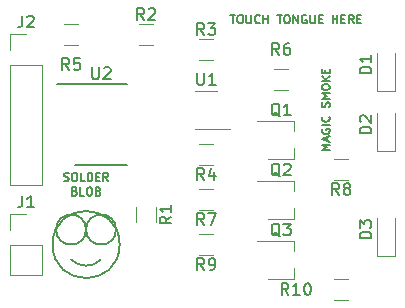
<source format=gbr>
G04 #@! TF.FileFunction,Legend,Top*
%FSLAX46Y46*%
G04 Gerber Fmt 4.6, Leading zero omitted, Abs format (unit mm)*
G04 Created by KiCad (PCBNEW 4.0.6) date Thu Aug 31 18:27:20 2017*
%MOMM*%
%LPD*%
G01*
G04 APERTURE LIST*
%ADD10C,0.100000*%
%ADD11C,0.175000*%
%ADD12C,0.200000*%
%ADD13C,0.120000*%
%ADD14C,0.150000*%
G04 APERTURE END LIST*
D10*
D11*
X127673333Y-102540833D02*
X127773333Y-102574167D01*
X127940000Y-102574167D01*
X128006667Y-102540833D01*
X128040000Y-102507500D01*
X128073333Y-102440833D01*
X128073333Y-102374167D01*
X128040000Y-102307500D01*
X128006667Y-102274167D01*
X127940000Y-102240833D01*
X127806667Y-102207500D01*
X127740000Y-102174167D01*
X127706667Y-102140833D01*
X127673333Y-102074167D01*
X127673333Y-102007500D01*
X127706667Y-101940833D01*
X127740000Y-101907500D01*
X127806667Y-101874167D01*
X127973333Y-101874167D01*
X128073333Y-101907500D01*
X128506667Y-101874167D02*
X128640000Y-101874167D01*
X128706667Y-101907500D01*
X128773334Y-101974167D01*
X128806667Y-102107500D01*
X128806667Y-102340833D01*
X128773334Y-102474167D01*
X128706667Y-102540833D01*
X128640000Y-102574167D01*
X128506667Y-102574167D01*
X128440000Y-102540833D01*
X128373334Y-102474167D01*
X128340000Y-102340833D01*
X128340000Y-102107500D01*
X128373334Y-101974167D01*
X128440000Y-101907500D01*
X128506667Y-101874167D01*
X129440000Y-102574167D02*
X129106667Y-102574167D01*
X129106667Y-101874167D01*
X129673334Y-102574167D02*
X129673334Y-101874167D01*
X129840000Y-101874167D01*
X129940000Y-101907500D01*
X130006667Y-101974167D01*
X130040000Y-102040833D01*
X130073334Y-102174167D01*
X130073334Y-102274167D01*
X130040000Y-102407500D01*
X130006667Y-102474167D01*
X129940000Y-102540833D01*
X129840000Y-102574167D01*
X129673334Y-102574167D01*
X130373334Y-102207500D02*
X130606667Y-102207500D01*
X130706667Y-102574167D02*
X130373334Y-102574167D01*
X130373334Y-101874167D01*
X130706667Y-101874167D01*
X131406667Y-102574167D02*
X131173333Y-102240833D01*
X131006667Y-102574167D02*
X131006667Y-101874167D01*
X131273333Y-101874167D01*
X131340000Y-101907500D01*
X131373333Y-101940833D01*
X131406667Y-102007500D01*
X131406667Y-102107500D01*
X131373333Y-102174167D01*
X131340000Y-102207500D01*
X131273333Y-102240833D01*
X131006667Y-102240833D01*
X128590000Y-103432500D02*
X128690000Y-103465833D01*
X128723333Y-103499167D01*
X128756667Y-103565833D01*
X128756667Y-103665833D01*
X128723333Y-103732500D01*
X128690000Y-103765833D01*
X128623333Y-103799167D01*
X128356667Y-103799167D01*
X128356667Y-103099167D01*
X128590000Y-103099167D01*
X128656667Y-103132500D01*
X128690000Y-103165833D01*
X128723333Y-103232500D01*
X128723333Y-103299167D01*
X128690000Y-103365833D01*
X128656667Y-103399167D01*
X128590000Y-103432500D01*
X128356667Y-103432500D01*
X129390000Y-103799167D02*
X129056667Y-103799167D01*
X129056667Y-103099167D01*
X129756667Y-103099167D02*
X129890000Y-103099167D01*
X129956667Y-103132500D01*
X130023334Y-103199167D01*
X130056667Y-103332500D01*
X130056667Y-103565833D01*
X130023334Y-103699167D01*
X129956667Y-103765833D01*
X129890000Y-103799167D01*
X129756667Y-103799167D01*
X129690000Y-103765833D01*
X129623334Y-103699167D01*
X129590000Y-103565833D01*
X129590000Y-103332500D01*
X129623334Y-103199167D01*
X129690000Y-103132500D01*
X129756667Y-103099167D01*
X130590000Y-103432500D02*
X130690000Y-103465833D01*
X130723333Y-103499167D01*
X130756667Y-103565833D01*
X130756667Y-103665833D01*
X130723333Y-103732500D01*
X130690000Y-103765833D01*
X130623333Y-103799167D01*
X130356667Y-103799167D01*
X130356667Y-103099167D01*
X130590000Y-103099167D01*
X130656667Y-103132500D01*
X130690000Y-103165833D01*
X130723333Y-103232500D01*
X130723333Y-103299167D01*
X130690000Y-103365833D01*
X130656667Y-103399167D01*
X130590000Y-103432500D01*
X130356667Y-103432500D01*
X150176667Y-99953332D02*
X149476667Y-99953332D01*
X149976667Y-99719999D01*
X149476667Y-99486666D01*
X150176667Y-99486666D01*
X149976667Y-99186666D02*
X149976667Y-98853332D01*
X150176667Y-99253332D02*
X149476667Y-99019999D01*
X150176667Y-98786666D01*
X149510000Y-98186666D02*
X149476667Y-98253332D01*
X149476667Y-98353332D01*
X149510000Y-98453332D01*
X149576667Y-98519999D01*
X149643333Y-98553332D01*
X149776667Y-98586666D01*
X149876667Y-98586666D01*
X150010000Y-98553332D01*
X150076667Y-98519999D01*
X150143333Y-98453332D01*
X150176667Y-98353332D01*
X150176667Y-98286666D01*
X150143333Y-98186666D01*
X150110000Y-98153332D01*
X149876667Y-98153332D01*
X149876667Y-98286666D01*
X150176667Y-97853332D02*
X149476667Y-97853332D01*
X150110000Y-97119999D02*
X150143333Y-97153333D01*
X150176667Y-97253333D01*
X150176667Y-97319999D01*
X150143333Y-97419999D01*
X150076667Y-97486666D01*
X150010000Y-97519999D01*
X149876667Y-97553333D01*
X149776667Y-97553333D01*
X149643333Y-97519999D01*
X149576667Y-97486666D01*
X149510000Y-97419999D01*
X149476667Y-97319999D01*
X149476667Y-97253333D01*
X149510000Y-97153333D01*
X149543333Y-97119999D01*
X150143333Y-96320000D02*
X150176667Y-96220000D01*
X150176667Y-96053333D01*
X150143333Y-95986666D01*
X150110000Y-95953333D01*
X150043333Y-95920000D01*
X149976667Y-95920000D01*
X149910000Y-95953333D01*
X149876667Y-95986666D01*
X149843333Y-96053333D01*
X149810000Y-96186666D01*
X149776667Y-96253333D01*
X149743333Y-96286666D01*
X149676667Y-96320000D01*
X149610000Y-96320000D01*
X149543333Y-96286666D01*
X149510000Y-96253333D01*
X149476667Y-96186666D01*
X149476667Y-96020000D01*
X149510000Y-95920000D01*
X150176667Y-95619999D02*
X149476667Y-95619999D01*
X149976667Y-95386666D01*
X149476667Y-95153333D01*
X150176667Y-95153333D01*
X149476667Y-94686666D02*
X149476667Y-94553333D01*
X149510000Y-94486666D01*
X149576667Y-94419999D01*
X149710000Y-94386666D01*
X149943333Y-94386666D01*
X150076667Y-94419999D01*
X150143333Y-94486666D01*
X150176667Y-94553333D01*
X150176667Y-94686666D01*
X150143333Y-94753333D01*
X150076667Y-94819999D01*
X149943333Y-94853333D01*
X149710000Y-94853333D01*
X149576667Y-94819999D01*
X149510000Y-94753333D01*
X149476667Y-94686666D01*
X150176667Y-94086666D02*
X149476667Y-94086666D01*
X150176667Y-93686666D02*
X149776667Y-93986666D01*
X149476667Y-93686666D02*
X149876667Y-94086666D01*
X149810000Y-93386666D02*
X149810000Y-93153333D01*
X150176667Y-93053333D02*
X150176667Y-93386666D01*
X149476667Y-93386666D01*
X149476667Y-93053333D01*
X141753336Y-88516667D02*
X142153336Y-88516667D01*
X141953336Y-89216667D02*
X141953336Y-88516667D01*
X142520002Y-88516667D02*
X142653335Y-88516667D01*
X142720002Y-88550000D01*
X142786669Y-88616667D01*
X142820002Y-88750000D01*
X142820002Y-88983333D01*
X142786669Y-89116667D01*
X142720002Y-89183333D01*
X142653335Y-89216667D01*
X142520002Y-89216667D01*
X142453335Y-89183333D01*
X142386669Y-89116667D01*
X142353335Y-88983333D01*
X142353335Y-88750000D01*
X142386669Y-88616667D01*
X142453335Y-88550000D01*
X142520002Y-88516667D01*
X143120002Y-88516667D02*
X143120002Y-89083333D01*
X143153335Y-89150000D01*
X143186668Y-89183333D01*
X143253335Y-89216667D01*
X143386668Y-89216667D01*
X143453335Y-89183333D01*
X143486668Y-89150000D01*
X143520002Y-89083333D01*
X143520002Y-88516667D01*
X144253335Y-89150000D02*
X144220001Y-89183333D01*
X144120001Y-89216667D01*
X144053335Y-89216667D01*
X143953335Y-89183333D01*
X143886668Y-89116667D01*
X143853335Y-89050000D01*
X143820001Y-88916667D01*
X143820001Y-88816667D01*
X143853335Y-88683333D01*
X143886668Y-88616667D01*
X143953335Y-88550000D01*
X144053335Y-88516667D01*
X144120001Y-88516667D01*
X144220001Y-88550000D01*
X144253335Y-88583333D01*
X144553335Y-89216667D02*
X144553335Y-88516667D01*
X144553335Y-88850000D02*
X144953335Y-88850000D01*
X144953335Y-89216667D02*
X144953335Y-88516667D01*
X145720001Y-88516667D02*
X146120001Y-88516667D01*
X145920001Y-89216667D02*
X145920001Y-88516667D01*
X146486667Y-88516667D02*
X146620000Y-88516667D01*
X146686667Y-88550000D01*
X146753334Y-88616667D01*
X146786667Y-88750000D01*
X146786667Y-88983333D01*
X146753334Y-89116667D01*
X146686667Y-89183333D01*
X146620000Y-89216667D01*
X146486667Y-89216667D01*
X146420000Y-89183333D01*
X146353334Y-89116667D01*
X146320000Y-88983333D01*
X146320000Y-88750000D01*
X146353334Y-88616667D01*
X146420000Y-88550000D01*
X146486667Y-88516667D01*
X147086667Y-89216667D02*
X147086667Y-88516667D01*
X147486667Y-89216667D01*
X147486667Y-88516667D01*
X148186666Y-88550000D02*
X148120000Y-88516667D01*
X148020000Y-88516667D01*
X147920000Y-88550000D01*
X147853333Y-88616667D01*
X147820000Y-88683333D01*
X147786666Y-88816667D01*
X147786666Y-88916667D01*
X147820000Y-89050000D01*
X147853333Y-89116667D01*
X147920000Y-89183333D01*
X148020000Y-89216667D01*
X148086666Y-89216667D01*
X148186666Y-89183333D01*
X148220000Y-89150000D01*
X148220000Y-88916667D01*
X148086666Y-88916667D01*
X148520000Y-88516667D02*
X148520000Y-89083333D01*
X148553333Y-89150000D01*
X148586666Y-89183333D01*
X148653333Y-89216667D01*
X148786666Y-89216667D01*
X148853333Y-89183333D01*
X148886666Y-89150000D01*
X148920000Y-89083333D01*
X148920000Y-88516667D01*
X149253333Y-88850000D02*
X149486666Y-88850000D01*
X149586666Y-89216667D02*
X149253333Y-89216667D01*
X149253333Y-88516667D01*
X149586666Y-88516667D01*
X150419999Y-89216667D02*
X150419999Y-88516667D01*
X150419999Y-88850000D02*
X150819999Y-88850000D01*
X150819999Y-89216667D02*
X150819999Y-88516667D01*
X151153332Y-88850000D02*
X151386665Y-88850000D01*
X151486665Y-89216667D02*
X151153332Y-89216667D01*
X151153332Y-88516667D01*
X151486665Y-88516667D01*
X152186665Y-89216667D02*
X151953331Y-88883333D01*
X151786665Y-89216667D02*
X151786665Y-88516667D01*
X152053331Y-88516667D01*
X152119998Y-88550000D01*
X152153331Y-88583333D01*
X152186665Y-88650000D01*
X152186665Y-88750000D01*
X152153331Y-88816667D01*
X152119998Y-88850000D01*
X152053331Y-88883333D01*
X151786665Y-88883333D01*
X152486665Y-88850000D02*
X152719998Y-88850000D01*
X152819998Y-89216667D02*
X152486665Y-89216667D01*
X152486665Y-88516667D01*
X152819998Y-88516667D01*
D12*
X132080000Y-106680000D02*
G75*
G03X132080000Y-106680000I-1270000J0D01*
G01*
X129540000Y-106680000D02*
G75*
G03X129540000Y-106680000I-1270000J0D01*
G01*
X128270000Y-109220000D02*
G75*
G03X130810000Y-109220000I1270000J1270000D01*
G01*
X132379806Y-107950000D02*
G75*
G03X132379806Y-107950000I-2839806J0D01*
G01*
D13*
X155690000Y-91710000D02*
X155690000Y-94910000D01*
X154190000Y-94910000D02*
X154190000Y-91710000D01*
X154190000Y-94910000D02*
X155690000Y-94910000D01*
X155690000Y-96790000D02*
X155690000Y-99990000D01*
X154190000Y-99990000D02*
X154190000Y-96790000D01*
X154190000Y-99990000D02*
X155690000Y-99990000D01*
X155690000Y-105680000D02*
X155690000Y-108880000D01*
X154190000Y-108880000D02*
X154190000Y-105680000D01*
X154190000Y-108880000D02*
X155690000Y-108880000D01*
X123130000Y-110550000D02*
X125790000Y-110550000D01*
X123130000Y-107950000D02*
X123130000Y-110550000D01*
X125790000Y-107950000D02*
X125790000Y-110550000D01*
X123130000Y-107950000D02*
X125790000Y-107950000D01*
X123130000Y-106680000D02*
X123130000Y-105350000D01*
X123130000Y-105350000D02*
X124460000Y-105350000D01*
X123130000Y-102930000D02*
X125790000Y-102930000D01*
X123130000Y-92710000D02*
X123130000Y-102930000D01*
X125790000Y-92710000D02*
X125790000Y-102930000D01*
X123130000Y-92710000D02*
X125790000Y-92710000D01*
X123130000Y-91440000D02*
X123130000Y-90110000D01*
X123130000Y-90110000D02*
X124460000Y-90110000D01*
X147125000Y-99760000D02*
X147125000Y-100670000D01*
X147125000Y-97460000D02*
X147125000Y-98360000D01*
X144050000Y-97450000D02*
X147125000Y-97450000D01*
X144975000Y-100670000D02*
X147125000Y-100670000D01*
X147125000Y-104840000D02*
X147125000Y-105750000D01*
X147125000Y-102540000D02*
X147125000Y-103440000D01*
X144050000Y-102530000D02*
X147125000Y-102530000D01*
X144975000Y-105750000D02*
X147125000Y-105750000D01*
X147125000Y-109920000D02*
X147125000Y-110830000D01*
X147125000Y-107620000D02*
X147125000Y-108520000D01*
X144050000Y-107610000D02*
X147125000Y-107610000D01*
X144975000Y-110830000D02*
X147125000Y-110830000D01*
X133740000Y-106010000D02*
X133740000Y-104810000D01*
X135500000Y-104810000D02*
X135500000Y-106010000D01*
X135220000Y-91050000D02*
X134020000Y-91050000D01*
X134020000Y-89290000D02*
X135220000Y-89290000D01*
X140300000Y-92320000D02*
X139100000Y-92320000D01*
X139100000Y-90560000D02*
X140300000Y-90560000D01*
X139100000Y-99450000D02*
X140300000Y-99450000D01*
X140300000Y-101210000D02*
X139100000Y-101210000D01*
X127670000Y-89290000D02*
X128870000Y-89290000D01*
X128870000Y-91050000D02*
X127670000Y-91050000D01*
X145450000Y-93100000D02*
X146650000Y-93100000D01*
X146650000Y-94860000D02*
X145450000Y-94860000D01*
X139100000Y-103260000D02*
X140300000Y-103260000D01*
X140300000Y-105020000D02*
X139100000Y-105020000D01*
X150530000Y-100720000D02*
X151730000Y-100720000D01*
X151730000Y-102480000D02*
X150530000Y-102480000D01*
X139100000Y-107070000D02*
X140300000Y-107070000D01*
X140300000Y-108830000D02*
X139100000Y-108830000D01*
X150530000Y-110880000D02*
X151730000Y-110880000D01*
X151730000Y-112640000D02*
X150530000Y-112640000D01*
X140600000Y-94910000D02*
X138800000Y-94910000D01*
X138800000Y-98130000D02*
X141750000Y-98130000D01*
D14*
X128585000Y-101240000D02*
X133035000Y-101240000D01*
X127060000Y-94340000D02*
X133035000Y-94340000D01*
X153692381Y-93448095D02*
X152692381Y-93448095D01*
X152692381Y-93210000D01*
X152740000Y-93067142D01*
X152835238Y-92971904D01*
X152930476Y-92924285D01*
X153120952Y-92876666D01*
X153263810Y-92876666D01*
X153454286Y-92924285D01*
X153549524Y-92971904D01*
X153644762Y-93067142D01*
X153692381Y-93210000D01*
X153692381Y-93448095D01*
X153692381Y-91924285D02*
X153692381Y-92495714D01*
X153692381Y-92210000D02*
X152692381Y-92210000D01*
X152835238Y-92305238D01*
X152930476Y-92400476D01*
X152978095Y-92495714D01*
X153692381Y-98528095D02*
X152692381Y-98528095D01*
X152692381Y-98290000D01*
X152740000Y-98147142D01*
X152835238Y-98051904D01*
X152930476Y-98004285D01*
X153120952Y-97956666D01*
X153263810Y-97956666D01*
X153454286Y-98004285D01*
X153549524Y-98051904D01*
X153644762Y-98147142D01*
X153692381Y-98290000D01*
X153692381Y-98528095D01*
X152787619Y-97575714D02*
X152740000Y-97528095D01*
X152692381Y-97432857D01*
X152692381Y-97194761D01*
X152740000Y-97099523D01*
X152787619Y-97051904D01*
X152882857Y-97004285D01*
X152978095Y-97004285D01*
X153120952Y-97051904D01*
X153692381Y-97623333D01*
X153692381Y-97004285D01*
X153692381Y-107418095D02*
X152692381Y-107418095D01*
X152692381Y-107180000D01*
X152740000Y-107037142D01*
X152835238Y-106941904D01*
X152930476Y-106894285D01*
X153120952Y-106846666D01*
X153263810Y-106846666D01*
X153454286Y-106894285D01*
X153549524Y-106941904D01*
X153644762Y-107037142D01*
X153692381Y-107180000D01*
X153692381Y-107418095D01*
X152692381Y-106513333D02*
X152692381Y-105894285D01*
X153073333Y-106227619D01*
X153073333Y-106084761D01*
X153120952Y-105989523D01*
X153168571Y-105941904D01*
X153263810Y-105894285D01*
X153501905Y-105894285D01*
X153597143Y-105941904D01*
X153644762Y-105989523D01*
X153692381Y-106084761D01*
X153692381Y-106370476D01*
X153644762Y-106465714D01*
X153597143Y-106513333D01*
X124126667Y-103802381D02*
X124126667Y-104516667D01*
X124079047Y-104659524D01*
X123983809Y-104754762D01*
X123840952Y-104802381D01*
X123745714Y-104802381D01*
X125126667Y-104802381D02*
X124555238Y-104802381D01*
X124840952Y-104802381D02*
X124840952Y-103802381D01*
X124745714Y-103945238D01*
X124650476Y-104040476D01*
X124555238Y-104088095D01*
X124126667Y-88562381D02*
X124126667Y-89276667D01*
X124079047Y-89419524D01*
X123983809Y-89514762D01*
X123840952Y-89562381D01*
X123745714Y-89562381D01*
X124555238Y-88657619D02*
X124602857Y-88610000D01*
X124698095Y-88562381D01*
X124936191Y-88562381D01*
X125031429Y-88610000D01*
X125079048Y-88657619D01*
X125126667Y-88752857D01*
X125126667Y-88848095D01*
X125079048Y-88990952D01*
X124507619Y-89562381D01*
X125126667Y-89562381D01*
X145954762Y-97107619D02*
X145859524Y-97060000D01*
X145764286Y-96964762D01*
X145621429Y-96821905D01*
X145526190Y-96774286D01*
X145430952Y-96774286D01*
X145478571Y-97012381D02*
X145383333Y-96964762D01*
X145288095Y-96869524D01*
X145240476Y-96679048D01*
X145240476Y-96345714D01*
X145288095Y-96155238D01*
X145383333Y-96060000D01*
X145478571Y-96012381D01*
X145669048Y-96012381D01*
X145764286Y-96060000D01*
X145859524Y-96155238D01*
X145907143Y-96345714D01*
X145907143Y-96679048D01*
X145859524Y-96869524D01*
X145764286Y-96964762D01*
X145669048Y-97012381D01*
X145478571Y-97012381D01*
X146859524Y-97012381D02*
X146288095Y-97012381D01*
X146573809Y-97012381D02*
X146573809Y-96012381D01*
X146478571Y-96155238D01*
X146383333Y-96250476D01*
X146288095Y-96298095D01*
X145954762Y-102187619D02*
X145859524Y-102140000D01*
X145764286Y-102044762D01*
X145621429Y-101901905D01*
X145526190Y-101854286D01*
X145430952Y-101854286D01*
X145478571Y-102092381D02*
X145383333Y-102044762D01*
X145288095Y-101949524D01*
X145240476Y-101759048D01*
X145240476Y-101425714D01*
X145288095Y-101235238D01*
X145383333Y-101140000D01*
X145478571Y-101092381D01*
X145669048Y-101092381D01*
X145764286Y-101140000D01*
X145859524Y-101235238D01*
X145907143Y-101425714D01*
X145907143Y-101759048D01*
X145859524Y-101949524D01*
X145764286Y-102044762D01*
X145669048Y-102092381D01*
X145478571Y-102092381D01*
X146288095Y-101187619D02*
X146335714Y-101140000D01*
X146430952Y-101092381D01*
X146669048Y-101092381D01*
X146764286Y-101140000D01*
X146811905Y-101187619D01*
X146859524Y-101282857D01*
X146859524Y-101378095D01*
X146811905Y-101520952D01*
X146240476Y-102092381D01*
X146859524Y-102092381D01*
X145954762Y-107267619D02*
X145859524Y-107220000D01*
X145764286Y-107124762D01*
X145621429Y-106981905D01*
X145526190Y-106934286D01*
X145430952Y-106934286D01*
X145478571Y-107172381D02*
X145383333Y-107124762D01*
X145288095Y-107029524D01*
X145240476Y-106839048D01*
X145240476Y-106505714D01*
X145288095Y-106315238D01*
X145383333Y-106220000D01*
X145478571Y-106172381D01*
X145669048Y-106172381D01*
X145764286Y-106220000D01*
X145859524Y-106315238D01*
X145907143Y-106505714D01*
X145907143Y-106839048D01*
X145859524Y-107029524D01*
X145764286Y-107124762D01*
X145669048Y-107172381D01*
X145478571Y-107172381D01*
X146240476Y-106172381D02*
X146859524Y-106172381D01*
X146526190Y-106553333D01*
X146669048Y-106553333D01*
X146764286Y-106600952D01*
X146811905Y-106648571D01*
X146859524Y-106743810D01*
X146859524Y-106981905D01*
X146811905Y-107077143D01*
X146764286Y-107124762D01*
X146669048Y-107172381D01*
X146383333Y-107172381D01*
X146288095Y-107124762D01*
X146240476Y-107077143D01*
X136772381Y-105576666D02*
X136296190Y-105910000D01*
X136772381Y-106148095D02*
X135772381Y-106148095D01*
X135772381Y-105767142D01*
X135820000Y-105671904D01*
X135867619Y-105624285D01*
X135962857Y-105576666D01*
X136105714Y-105576666D01*
X136200952Y-105624285D01*
X136248571Y-105671904D01*
X136296190Y-105767142D01*
X136296190Y-106148095D01*
X136772381Y-104624285D02*
X136772381Y-105195714D01*
X136772381Y-104910000D02*
X135772381Y-104910000D01*
X135915238Y-105005238D01*
X136010476Y-105100476D01*
X136058095Y-105195714D01*
X134453334Y-88922381D02*
X134120000Y-88446190D01*
X133881905Y-88922381D02*
X133881905Y-87922381D01*
X134262858Y-87922381D01*
X134358096Y-87970000D01*
X134405715Y-88017619D01*
X134453334Y-88112857D01*
X134453334Y-88255714D01*
X134405715Y-88350952D01*
X134358096Y-88398571D01*
X134262858Y-88446190D01*
X133881905Y-88446190D01*
X134834286Y-88017619D02*
X134881905Y-87970000D01*
X134977143Y-87922381D01*
X135215239Y-87922381D01*
X135310477Y-87970000D01*
X135358096Y-88017619D01*
X135405715Y-88112857D01*
X135405715Y-88208095D01*
X135358096Y-88350952D01*
X134786667Y-88922381D01*
X135405715Y-88922381D01*
X139533334Y-90192381D02*
X139200000Y-89716190D01*
X138961905Y-90192381D02*
X138961905Y-89192381D01*
X139342858Y-89192381D01*
X139438096Y-89240000D01*
X139485715Y-89287619D01*
X139533334Y-89382857D01*
X139533334Y-89525714D01*
X139485715Y-89620952D01*
X139438096Y-89668571D01*
X139342858Y-89716190D01*
X138961905Y-89716190D01*
X139866667Y-89192381D02*
X140485715Y-89192381D01*
X140152381Y-89573333D01*
X140295239Y-89573333D01*
X140390477Y-89620952D01*
X140438096Y-89668571D01*
X140485715Y-89763810D01*
X140485715Y-90001905D01*
X140438096Y-90097143D01*
X140390477Y-90144762D01*
X140295239Y-90192381D01*
X140009524Y-90192381D01*
X139914286Y-90144762D01*
X139866667Y-90097143D01*
X139533334Y-102482381D02*
X139200000Y-102006190D01*
X138961905Y-102482381D02*
X138961905Y-101482381D01*
X139342858Y-101482381D01*
X139438096Y-101530000D01*
X139485715Y-101577619D01*
X139533334Y-101672857D01*
X139533334Y-101815714D01*
X139485715Y-101910952D01*
X139438096Y-101958571D01*
X139342858Y-102006190D01*
X138961905Y-102006190D01*
X140390477Y-101815714D02*
X140390477Y-102482381D01*
X140152381Y-101434762D02*
X139914286Y-102149048D01*
X140533334Y-102149048D01*
X128103334Y-93162381D02*
X127770000Y-92686190D01*
X127531905Y-93162381D02*
X127531905Y-92162381D01*
X127912858Y-92162381D01*
X128008096Y-92210000D01*
X128055715Y-92257619D01*
X128103334Y-92352857D01*
X128103334Y-92495714D01*
X128055715Y-92590952D01*
X128008096Y-92638571D01*
X127912858Y-92686190D01*
X127531905Y-92686190D01*
X129008096Y-92162381D02*
X128531905Y-92162381D01*
X128484286Y-92638571D01*
X128531905Y-92590952D01*
X128627143Y-92543333D01*
X128865239Y-92543333D01*
X128960477Y-92590952D01*
X129008096Y-92638571D01*
X129055715Y-92733810D01*
X129055715Y-92971905D01*
X129008096Y-93067143D01*
X128960477Y-93114762D01*
X128865239Y-93162381D01*
X128627143Y-93162381D01*
X128531905Y-93114762D01*
X128484286Y-93067143D01*
X145883334Y-91892381D02*
X145550000Y-91416190D01*
X145311905Y-91892381D02*
X145311905Y-90892381D01*
X145692858Y-90892381D01*
X145788096Y-90940000D01*
X145835715Y-90987619D01*
X145883334Y-91082857D01*
X145883334Y-91225714D01*
X145835715Y-91320952D01*
X145788096Y-91368571D01*
X145692858Y-91416190D01*
X145311905Y-91416190D01*
X146740477Y-90892381D02*
X146550000Y-90892381D01*
X146454762Y-90940000D01*
X146407143Y-90987619D01*
X146311905Y-91130476D01*
X146264286Y-91320952D01*
X146264286Y-91701905D01*
X146311905Y-91797143D01*
X146359524Y-91844762D01*
X146454762Y-91892381D01*
X146645239Y-91892381D01*
X146740477Y-91844762D01*
X146788096Y-91797143D01*
X146835715Y-91701905D01*
X146835715Y-91463810D01*
X146788096Y-91368571D01*
X146740477Y-91320952D01*
X146645239Y-91273333D01*
X146454762Y-91273333D01*
X146359524Y-91320952D01*
X146311905Y-91368571D01*
X146264286Y-91463810D01*
X139533334Y-106292381D02*
X139200000Y-105816190D01*
X138961905Y-106292381D02*
X138961905Y-105292381D01*
X139342858Y-105292381D01*
X139438096Y-105340000D01*
X139485715Y-105387619D01*
X139533334Y-105482857D01*
X139533334Y-105625714D01*
X139485715Y-105720952D01*
X139438096Y-105768571D01*
X139342858Y-105816190D01*
X138961905Y-105816190D01*
X139866667Y-105292381D02*
X140533334Y-105292381D01*
X140104762Y-106292381D01*
X150963334Y-103752381D02*
X150630000Y-103276190D01*
X150391905Y-103752381D02*
X150391905Y-102752381D01*
X150772858Y-102752381D01*
X150868096Y-102800000D01*
X150915715Y-102847619D01*
X150963334Y-102942857D01*
X150963334Y-103085714D01*
X150915715Y-103180952D01*
X150868096Y-103228571D01*
X150772858Y-103276190D01*
X150391905Y-103276190D01*
X151534762Y-103180952D02*
X151439524Y-103133333D01*
X151391905Y-103085714D01*
X151344286Y-102990476D01*
X151344286Y-102942857D01*
X151391905Y-102847619D01*
X151439524Y-102800000D01*
X151534762Y-102752381D01*
X151725239Y-102752381D01*
X151820477Y-102800000D01*
X151868096Y-102847619D01*
X151915715Y-102942857D01*
X151915715Y-102990476D01*
X151868096Y-103085714D01*
X151820477Y-103133333D01*
X151725239Y-103180952D01*
X151534762Y-103180952D01*
X151439524Y-103228571D01*
X151391905Y-103276190D01*
X151344286Y-103371429D01*
X151344286Y-103561905D01*
X151391905Y-103657143D01*
X151439524Y-103704762D01*
X151534762Y-103752381D01*
X151725239Y-103752381D01*
X151820477Y-103704762D01*
X151868096Y-103657143D01*
X151915715Y-103561905D01*
X151915715Y-103371429D01*
X151868096Y-103276190D01*
X151820477Y-103228571D01*
X151725239Y-103180952D01*
X139533334Y-110102381D02*
X139200000Y-109626190D01*
X138961905Y-110102381D02*
X138961905Y-109102381D01*
X139342858Y-109102381D01*
X139438096Y-109150000D01*
X139485715Y-109197619D01*
X139533334Y-109292857D01*
X139533334Y-109435714D01*
X139485715Y-109530952D01*
X139438096Y-109578571D01*
X139342858Y-109626190D01*
X138961905Y-109626190D01*
X140009524Y-110102381D02*
X140200000Y-110102381D01*
X140295239Y-110054762D01*
X140342858Y-110007143D01*
X140438096Y-109864286D01*
X140485715Y-109673810D01*
X140485715Y-109292857D01*
X140438096Y-109197619D01*
X140390477Y-109150000D01*
X140295239Y-109102381D01*
X140104762Y-109102381D01*
X140009524Y-109150000D01*
X139961905Y-109197619D01*
X139914286Y-109292857D01*
X139914286Y-109530952D01*
X139961905Y-109626190D01*
X140009524Y-109673810D01*
X140104762Y-109721429D01*
X140295239Y-109721429D01*
X140390477Y-109673810D01*
X140438096Y-109626190D01*
X140485715Y-109530952D01*
X146677143Y-112212381D02*
X146343809Y-111736190D01*
X146105714Y-112212381D02*
X146105714Y-111212381D01*
X146486667Y-111212381D01*
X146581905Y-111260000D01*
X146629524Y-111307619D01*
X146677143Y-111402857D01*
X146677143Y-111545714D01*
X146629524Y-111640952D01*
X146581905Y-111688571D01*
X146486667Y-111736190D01*
X146105714Y-111736190D01*
X147629524Y-112212381D02*
X147058095Y-112212381D01*
X147343809Y-112212381D02*
X147343809Y-111212381D01*
X147248571Y-111355238D01*
X147153333Y-111450476D01*
X147058095Y-111498095D01*
X148248571Y-111212381D02*
X148343810Y-111212381D01*
X148439048Y-111260000D01*
X148486667Y-111307619D01*
X148534286Y-111402857D01*
X148581905Y-111593333D01*
X148581905Y-111831429D01*
X148534286Y-112021905D01*
X148486667Y-112117143D01*
X148439048Y-112164762D01*
X148343810Y-112212381D01*
X148248571Y-112212381D01*
X148153333Y-112164762D01*
X148105714Y-112117143D01*
X148058095Y-112021905D01*
X148010476Y-111831429D01*
X148010476Y-111593333D01*
X148058095Y-111402857D01*
X148105714Y-111307619D01*
X148153333Y-111260000D01*
X148248571Y-111212381D01*
X138938095Y-93432381D02*
X138938095Y-94241905D01*
X138985714Y-94337143D01*
X139033333Y-94384762D01*
X139128571Y-94432381D01*
X139319048Y-94432381D01*
X139414286Y-94384762D01*
X139461905Y-94337143D01*
X139509524Y-94241905D01*
X139509524Y-93432381D01*
X140509524Y-94432381D02*
X139938095Y-94432381D01*
X140223809Y-94432381D02*
X140223809Y-93432381D01*
X140128571Y-93575238D01*
X140033333Y-93670476D01*
X139938095Y-93718095D01*
X130048095Y-92942381D02*
X130048095Y-93751905D01*
X130095714Y-93847143D01*
X130143333Y-93894762D01*
X130238571Y-93942381D01*
X130429048Y-93942381D01*
X130524286Y-93894762D01*
X130571905Y-93847143D01*
X130619524Y-93751905D01*
X130619524Y-92942381D01*
X131048095Y-93037619D02*
X131095714Y-92990000D01*
X131190952Y-92942381D01*
X131429048Y-92942381D01*
X131524286Y-92990000D01*
X131571905Y-93037619D01*
X131619524Y-93132857D01*
X131619524Y-93228095D01*
X131571905Y-93370952D01*
X131000476Y-93942381D01*
X131619524Y-93942381D01*
M02*

</source>
